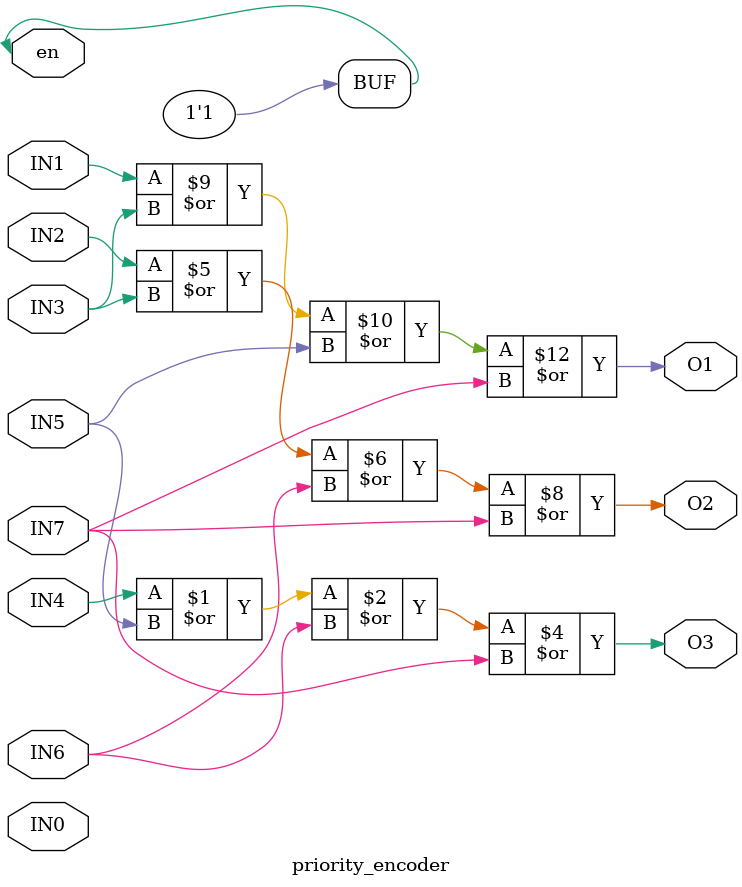
<source format=v>
module priority_encoder
             ( input IN0, IN1, IN2, IN3, IN4, IN5, IN6, IN7,  
               input en,
               output O1, O2, O3
               );  
  
assign en=1;
assign O3=IN4 | IN5 | IN6 | IN7 &en;            //MSB
assign O2=IN2 | IN3 | IN6 | IN7 &en;
assign O1=IN1 | IN3 | IN5 | IN7 &en;            //LSB
endmodule

</source>
